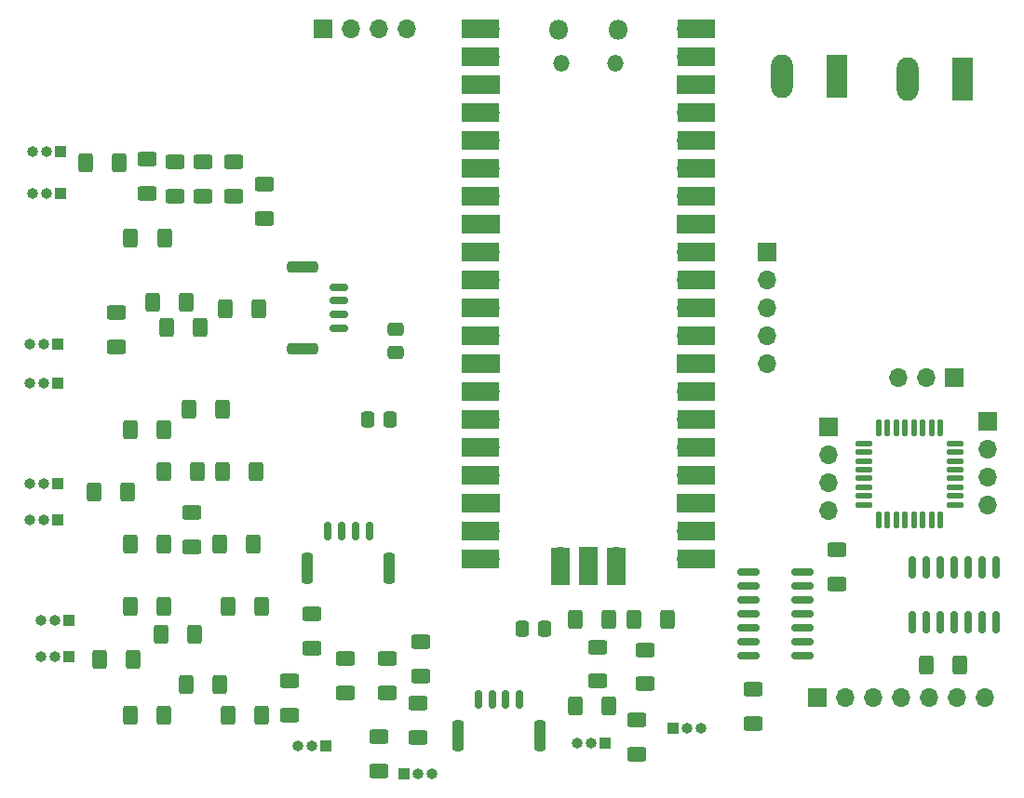
<source format=gbr>
%TF.GenerationSoftware,KiCad,Pcbnew,7.0.1*%
%TF.CreationDate,2023-04-28T17:30:44+02:00*%
%TF.ProjectId,Hexapod_Hardware,48657861-706f-4645-9f48-617264776172,rev?*%
%TF.SameCoordinates,Original*%
%TF.FileFunction,Soldermask,Top*%
%TF.FilePolarity,Negative*%
%FSLAX46Y46*%
G04 Gerber Fmt 4.6, Leading zero omitted, Abs format (unit mm)*
G04 Created by KiCad (PCBNEW 7.0.1) date 2023-04-28 17:30:44*
%MOMM*%
%LPD*%
G01*
G04 APERTURE LIST*
G04 Aperture macros list*
%AMRoundRect*
0 Rectangle with rounded corners*
0 $1 Rounding radius*
0 $2 $3 $4 $5 $6 $7 $8 $9 X,Y pos of 4 corners*
0 Add a 4 corners polygon primitive as box body*
4,1,4,$2,$3,$4,$5,$6,$7,$8,$9,$2,$3,0*
0 Add four circle primitives for the rounded corners*
1,1,$1+$1,$2,$3*
1,1,$1+$1,$4,$5*
1,1,$1+$1,$6,$7*
1,1,$1+$1,$8,$9*
0 Add four rect primitives between the rounded corners*
20,1,$1+$1,$2,$3,$4,$5,0*
20,1,$1+$1,$4,$5,$6,$7,0*
20,1,$1+$1,$6,$7,$8,$9,0*
20,1,$1+$1,$8,$9,$2,$3,0*%
G04 Aperture macros list end*
%ADD10R,1.700000X1.700000*%
%ADD11O,1.700000X1.700000*%
%ADD12RoundRect,0.250000X-0.625000X0.400000X-0.625000X-0.400000X0.625000X-0.400000X0.625000X0.400000X0*%
%ADD13RoundRect,0.125000X-0.625000X-0.125000X0.625000X-0.125000X0.625000X0.125000X-0.625000X0.125000X0*%
%ADD14RoundRect,0.125000X-0.125000X-0.625000X0.125000X-0.625000X0.125000X0.625000X-0.125000X0.625000X0*%
%ADD15RoundRect,0.250000X0.400000X0.625000X-0.400000X0.625000X-0.400000X-0.625000X0.400000X-0.625000X0*%
%ADD16RoundRect,0.250000X0.337500X0.475000X-0.337500X0.475000X-0.337500X-0.475000X0.337500X-0.475000X0*%
%ADD17R,1.980000X3.960000*%
%ADD18O,1.980000X3.960000*%
%ADD19RoundRect,0.250000X0.475000X-0.337500X0.475000X0.337500X-0.475000X0.337500X-0.475000X-0.337500X0*%
%ADD20RoundRect,0.150000X0.825000X0.150000X-0.825000X0.150000X-0.825000X-0.150000X0.825000X-0.150000X0*%
%ADD21RoundRect,0.250000X-0.400000X-0.625000X0.400000X-0.625000X0.400000X0.625000X-0.400000X0.625000X0*%
%ADD22R,1.000000X1.000000*%
%ADD23O,1.000000X1.000000*%
%ADD24RoundRect,0.250000X0.625000X-0.400000X0.625000X0.400000X-0.625000X0.400000X-0.625000X-0.400000X0*%
%ADD25RoundRect,0.150000X-0.150000X0.825000X-0.150000X-0.825000X0.150000X-0.825000X0.150000X0.825000X0*%
%ADD26RoundRect,0.150000X0.700000X-0.150000X0.700000X0.150000X-0.700000X0.150000X-0.700000X-0.150000X0*%
%ADD27RoundRect,0.250000X1.150000X-0.250000X1.150000X0.250000X-1.150000X0.250000X-1.150000X-0.250000X0*%
%ADD28RoundRect,0.150000X0.150000X0.700000X-0.150000X0.700000X-0.150000X-0.700000X0.150000X-0.700000X0*%
%ADD29RoundRect,0.250000X0.250000X1.150000X-0.250000X1.150000X-0.250000X-1.150000X0.250000X-1.150000X0*%
%ADD30O,1.800000X1.800000*%
%ADD31O,1.500000X1.500000*%
%ADD32R,3.500000X1.700000*%
%ADD33R,1.700000X3.500000*%
G04 APERTURE END LIST*
D10*
%TO.C,J20*%
X132588000Y-81466629D03*
D11*
X132588000Y-84006629D03*
X132588000Y-86546629D03*
X132588000Y-89086629D03*
%TD*%
D12*
%TO.C,R9*%
X78486000Y-57378000D03*
X78486000Y-60478000D03*
%TD*%
D13*
%TO.C,IC4*%
X135779000Y-82974629D03*
X135779000Y-83774629D03*
X135779000Y-84574629D03*
X135779000Y-85374629D03*
X135779000Y-86174629D03*
X135779000Y-86974629D03*
X135779000Y-87774629D03*
X135779000Y-88574629D03*
D14*
X137154000Y-89949629D03*
X137954000Y-89949629D03*
X138754000Y-89949629D03*
X139554000Y-89949629D03*
X140354000Y-89949629D03*
X141154000Y-89949629D03*
X141954000Y-89949629D03*
X142754000Y-89949629D03*
D13*
X144129000Y-88574629D03*
X144129000Y-87774629D03*
X144129000Y-86974629D03*
X144129000Y-86174629D03*
X144129000Y-85374629D03*
X144129000Y-84574629D03*
X144129000Y-83774629D03*
X144129000Y-82974629D03*
D14*
X142754000Y-81599629D03*
X141954000Y-81599629D03*
X141154000Y-81599629D03*
X140354000Y-81599629D03*
X139554000Y-81599629D03*
X138754000Y-81599629D03*
X137954000Y-81599629D03*
X137154000Y-81599629D03*
%TD*%
D15*
%TO.C,R23*%
X72162000Y-92137000D03*
X69062000Y-92137000D03*
%TD*%
D16*
%TO.C,C2*%
X106759500Y-99889000D03*
X104684500Y-99889000D03*
%TD*%
D17*
%TO.C,J18*%
X133321000Y-49530000D03*
D18*
X128321000Y-49530000D03*
%TD*%
D19*
%TO.C,C1*%
X93218000Y-74697500D03*
X93218000Y-72622500D03*
%TD*%
D12*
%TO.C,R5*%
X70612000Y-57124000D03*
X70612000Y-60224000D03*
%TD*%
%TO.C,R62*%
X95504000Y-101066000D03*
X95504000Y-104166000D03*
%TD*%
D20*
%TO.C,U10*%
X130237000Y-102284629D03*
X130237000Y-101014629D03*
X130237000Y-99744629D03*
X130237000Y-98474629D03*
X130237000Y-97204629D03*
X130237000Y-95934629D03*
X130237000Y-94664629D03*
X125287000Y-94664629D03*
X125287000Y-95934629D03*
X125287000Y-97204629D03*
X125287000Y-98474629D03*
X125287000Y-99744629D03*
X125287000Y-101014629D03*
X125287000Y-102284629D03*
%TD*%
D21*
%TO.C,R18*%
X66249500Y-102616000D03*
X69349500Y-102616000D03*
%TD*%
D22*
%TO.C,J9*%
X63500000Y-99060000D03*
D23*
X62230000Y-99060000D03*
X60960000Y-99060000D03*
%TD*%
D10*
%TO.C,J2*%
X86614000Y-45212000D03*
D11*
X89154000Y-45212000D03*
X91694000Y-45212000D03*
X94234000Y-45212000D03*
%TD*%
D22*
%TO.C,J11*%
X86873000Y-110490000D03*
D23*
X85603000Y-110490000D03*
X84333000Y-110490000D03*
%TD*%
D15*
%TO.C,R12*%
X72188000Y-64262000D03*
X69088000Y-64262000D03*
%TD*%
D21*
%TO.C,R8*%
X72364000Y-72390000D03*
X75464000Y-72390000D03*
%TD*%
D12*
%TO.C,R6*%
X75692000Y-57378000D03*
X75692000Y-60478000D03*
%TD*%
%TO.C,R48*%
X125730000Y-105384000D03*
X125730000Y-108484000D03*
%TD*%
%TO.C,R36*%
X95250000Y-106628000D03*
X95250000Y-109728000D03*
%TD*%
D21*
%TO.C,R16*%
X65760000Y-87376000D03*
X68860000Y-87376000D03*
%TD*%
D12*
%TO.C,R14*%
X81280000Y-59410000D03*
X81280000Y-62510000D03*
%TD*%
D24*
%TO.C,R27*%
X115159500Y-111245500D03*
X115159500Y-108145500D03*
%TD*%
D10*
%TO.C,J23*%
X144018000Y-76949629D03*
D11*
X141478000Y-76949629D03*
X138938000Y-76949629D03*
%TD*%
D22*
%TO.C,J12*%
X93980000Y-113030000D03*
D23*
X95250000Y-113030000D03*
X96520000Y-113030000D03*
%TD*%
D15*
%TO.C,R25*%
X72162000Y-107696000D03*
X69062000Y-107696000D03*
%TD*%
D22*
%TO.C,J14*%
X118461500Y-108933500D03*
D23*
X119731500Y-108933500D03*
X121001500Y-108933500D03*
%TD*%
D24*
%TO.C,R49*%
X133350000Y-95784000D03*
X133350000Y-92684000D03*
%TD*%
D12*
%TO.C,R20*%
X74676000Y-89291000D03*
X74676000Y-92391000D03*
%TD*%
D21*
%TO.C,R59*%
X77190000Y-92137000D03*
X80290000Y-92137000D03*
%TD*%
%TO.C,R63*%
X109519500Y-106901500D03*
X112619500Y-106901500D03*
%TD*%
D12*
%TO.C,R31*%
X115889000Y-101763000D03*
X115889000Y-104863000D03*
%TD*%
D22*
%TO.C,J10*%
X63500000Y-102362000D03*
D23*
X62230000Y-102362000D03*
X60960000Y-102362000D03*
%TD*%
D22*
%TO.C,J4*%
X62738000Y-60198000D03*
D23*
X61468000Y-60198000D03*
X60198000Y-60198000D03*
%TD*%
D15*
%TO.C,R7*%
X77496000Y-79850500D03*
X74396000Y-79850500D03*
%TD*%
D25*
%TO.C,U11*%
X147828000Y-94299000D03*
X146558000Y-94299000D03*
X145288000Y-94299000D03*
X144018000Y-94299000D03*
X142748000Y-94299000D03*
X141478000Y-94299000D03*
X140208000Y-94299000D03*
X140208000Y-99249000D03*
X141478000Y-99249000D03*
X142748000Y-99249000D03*
X144018000Y-99249000D03*
X145288000Y-99249000D03*
X146558000Y-99249000D03*
X147828000Y-99249000D03*
%TD*%
D26*
%TO.C,J15*%
X88056000Y-72487000D03*
X88056000Y-71237000D03*
X88056000Y-69987000D03*
X88056000Y-68737000D03*
D27*
X84706000Y-74337000D03*
X84706000Y-66887000D03*
%TD*%
D21*
%TO.C,R57*%
X77952000Y-107696000D03*
X81052000Y-107696000D03*
%TD*%
D15*
%TO.C,R60*%
X72162000Y-81723000D03*
X69062000Y-81723000D03*
%TD*%
D12*
%TO.C,R1*%
X67818000Y-71068000D03*
X67818000Y-74168000D03*
%TD*%
D15*
%TO.C,R56*%
X74194000Y-70104000D03*
X71094000Y-70104000D03*
%TD*%
D21*
%TO.C,R19*%
X72110000Y-85533000D03*
X75210000Y-85533000D03*
%TD*%
D28*
%TO.C,J17*%
X104491000Y-106254000D03*
X103241000Y-106254000D03*
X101991000Y-106254000D03*
X100741000Y-106254000D03*
D29*
X106341000Y-109604000D03*
X98891000Y-109604000D03*
%TD*%
D22*
%TO.C,J6*%
X62489000Y-77470000D03*
D23*
X61219000Y-77470000D03*
X59949000Y-77470000D03*
%TD*%
D28*
%TO.C,J16*%
X90805000Y-91002000D03*
X89555000Y-91002000D03*
X88305000Y-91002000D03*
X87055000Y-91002000D03*
D29*
X92655000Y-94352000D03*
X85205000Y-94352000D03*
%TD*%
D15*
%TO.C,R64*%
X117947000Y-98995000D03*
X114847000Y-98995000D03*
%TD*%
D21*
%TO.C,R13*%
X77698000Y-70706500D03*
X80798000Y-70706500D03*
%TD*%
D22*
%TO.C,J3*%
X62738000Y-56388000D03*
D23*
X61468000Y-56388000D03*
X60198000Y-56388000D03*
%TD*%
D22*
%TO.C,J5*%
X62484000Y-73914000D03*
D23*
X61214000Y-73914000D03*
X59944000Y-73914000D03*
%TD*%
D10*
%TO.C,J22*%
X131572000Y-106094629D03*
D11*
X134112000Y-106094629D03*
X136652000Y-106094629D03*
X139192000Y-106094629D03*
X141732000Y-106094629D03*
X144272000Y-106094629D03*
X146812000Y-106094629D03*
%TD*%
D21*
%TO.C,R24*%
X77444000Y-85533000D03*
X80544000Y-85533000D03*
%TD*%
D15*
%TO.C,R37*%
X112613000Y-98995000D03*
X109513000Y-98995000D03*
%TD*%
D10*
%TO.C,J21*%
X147066000Y-80958629D03*
D11*
X147066000Y-83498629D03*
X147066000Y-86038629D03*
X147066000Y-88578629D03*
%TD*%
D12*
%TO.C,R33*%
X92456000Y-102564000D03*
X92456000Y-105664000D03*
%TD*%
%TO.C,R61*%
X83566000Y-104622000D03*
X83566000Y-107722000D03*
%TD*%
D16*
%TO.C,C3*%
X92710000Y-80772000D03*
X90635000Y-80772000D03*
%TD*%
D24*
%TO.C,R34*%
X111571000Y-104609000D03*
X111571000Y-101509000D03*
%TD*%
%TO.C,R32*%
X88646000Y-105664000D03*
X88646000Y-102564000D03*
%TD*%
D17*
%TO.C,J19*%
X144751000Y-49784000D03*
D18*
X139751000Y-49784000D03*
%TD*%
D22*
%TO.C,J13*%
X112268000Y-110236000D03*
D23*
X110998000Y-110236000D03*
X109728000Y-110236000D03*
%TD*%
D22*
%TO.C,J8*%
X62484000Y-89916000D03*
D23*
X61214000Y-89916000D03*
X59944000Y-89916000D03*
%TD*%
D24*
%TO.C,R10*%
X73152000Y-60478000D03*
X73152000Y-57378000D03*
%TD*%
D15*
%TO.C,R22*%
X77242000Y-104902000D03*
X74142000Y-104902000D03*
%TD*%
%TO.C,R4*%
X68098000Y-57404000D03*
X64998000Y-57404000D03*
%TD*%
%TO.C,R58*%
X72162000Y-97790000D03*
X69062000Y-97790000D03*
%TD*%
D24*
%TO.C,R35*%
X85598000Y-101600000D03*
X85598000Y-98500000D03*
%TD*%
D21*
%TO.C,R26*%
X77952000Y-97790000D03*
X81052000Y-97790000D03*
%TD*%
D30*
%TO.C,U1*%
X108019000Y-45342000D03*
D31*
X108319000Y-48372000D03*
X113169000Y-48372000D03*
D30*
X113469000Y-45342000D03*
D11*
X101854000Y-45212000D03*
D32*
X100954000Y-45212000D03*
D11*
X101854000Y-47752000D03*
D32*
X100954000Y-47752000D03*
D10*
X101854000Y-50292000D03*
D32*
X100954000Y-50292000D03*
D11*
X101854000Y-52832000D03*
D32*
X100954000Y-52832000D03*
D11*
X101854000Y-55372000D03*
D32*
X100954000Y-55372000D03*
D11*
X101854000Y-57912000D03*
D32*
X100954000Y-57912000D03*
D11*
X101854000Y-60452000D03*
D32*
X100954000Y-60452000D03*
D10*
X101854000Y-62992000D03*
D32*
X100954000Y-62992000D03*
D11*
X101854000Y-65532000D03*
D32*
X100954000Y-65532000D03*
D11*
X101854000Y-68072000D03*
D32*
X100954000Y-68072000D03*
D11*
X101854000Y-70612000D03*
D32*
X100954000Y-70612000D03*
D11*
X101854000Y-73152000D03*
D32*
X100954000Y-73152000D03*
D10*
X101854000Y-75692000D03*
D32*
X100954000Y-75692000D03*
D11*
X101854000Y-78232000D03*
D32*
X100954000Y-78232000D03*
D11*
X101854000Y-80772000D03*
D32*
X100954000Y-80772000D03*
D11*
X101854000Y-83312000D03*
D32*
X100954000Y-83312000D03*
D11*
X101854000Y-85852000D03*
D32*
X100954000Y-85852000D03*
D10*
X101854000Y-88392000D03*
D32*
X100954000Y-88392000D03*
D11*
X101854000Y-90932000D03*
D32*
X100954000Y-90932000D03*
D11*
X101854000Y-93472000D03*
D32*
X100954000Y-93472000D03*
D11*
X119634000Y-93472000D03*
D32*
X120534000Y-93472000D03*
D11*
X119634000Y-90932000D03*
D32*
X120534000Y-90932000D03*
D10*
X119634000Y-88392000D03*
D32*
X120534000Y-88392000D03*
D11*
X119634000Y-85852000D03*
D32*
X120534000Y-85852000D03*
D11*
X119634000Y-83312000D03*
D32*
X120534000Y-83312000D03*
D11*
X119634000Y-80772000D03*
D32*
X120534000Y-80772000D03*
D11*
X119634000Y-78232000D03*
D32*
X120534000Y-78232000D03*
D10*
X119634000Y-75692000D03*
D32*
X120534000Y-75692000D03*
D11*
X119634000Y-73152000D03*
D32*
X120534000Y-73152000D03*
D11*
X119634000Y-70612000D03*
D32*
X120534000Y-70612000D03*
D11*
X119634000Y-68072000D03*
D32*
X120534000Y-68072000D03*
D11*
X119634000Y-65532000D03*
D32*
X120534000Y-65532000D03*
D10*
X119634000Y-62992000D03*
D32*
X120534000Y-62992000D03*
D11*
X119634000Y-60452000D03*
D32*
X120534000Y-60452000D03*
D11*
X119634000Y-57912000D03*
D32*
X120534000Y-57912000D03*
D11*
X119634000Y-55372000D03*
D32*
X120534000Y-55372000D03*
D11*
X119634000Y-52832000D03*
D32*
X120534000Y-52832000D03*
D10*
X119634000Y-50292000D03*
D32*
X120534000Y-50292000D03*
D11*
X119634000Y-47752000D03*
D32*
X120534000Y-47752000D03*
D11*
X119634000Y-45212000D03*
D32*
X120534000Y-45212000D03*
D11*
X108204000Y-93242000D03*
D33*
X108204000Y-94142000D03*
D10*
X110744000Y-93242000D03*
D33*
X110744000Y-94142000D03*
D11*
X113284000Y-93242000D03*
D33*
X113284000Y-94142000D03*
%TD*%
D22*
%TO.C,J7*%
X62484000Y-86614000D03*
D23*
X61214000Y-86614000D03*
X59944000Y-86614000D03*
%TD*%
D21*
%TO.C,R21*%
X71856000Y-100330000D03*
X74956000Y-100330000D03*
%TD*%
D10*
%TO.C,J1*%
X127000000Y-65532000D03*
D11*
X127000000Y-68072000D03*
X127000000Y-70612000D03*
X127000000Y-73152000D03*
X127000000Y-75692000D03*
%TD*%
D21*
%TO.C,R47*%
X141452000Y-103124000D03*
X144552000Y-103124000D03*
%TD*%
D24*
%TO.C,R29*%
X91694000Y-112776000D03*
X91694000Y-109676000D03*
%TD*%
M02*

</source>
